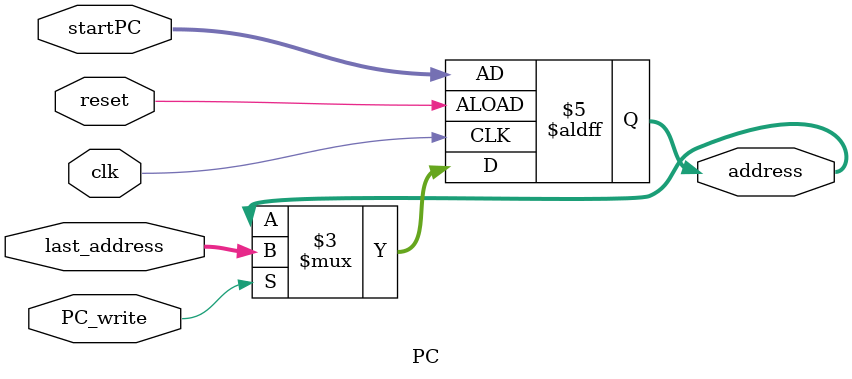
<source format=v>
`timescale 1ns / 1ps


module PC( 
 PC_write,
 clk,
 reset,
 last_address,
 startPC ,
 address );
   input PC_write; 
   input clk,reset;
   input [31:0] last_address;
   input [31:0] startPC;
   output reg [31:0]address;
   
   always @(negedge clk or negedge reset)begin
           
           if (~reset) begin // because it low enable signal
           address[31:0] <= startPC;
           end
           else if(PC_write)   begin
           address[31:0] <= last_address;
           end
        end
endmodule
</source>
